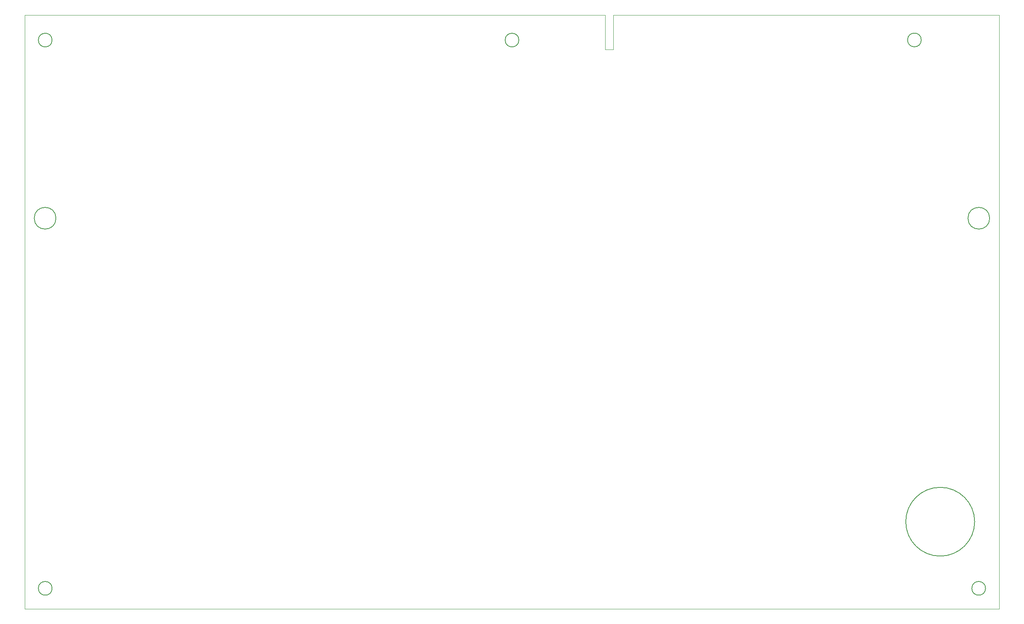
<source format=gbr>
G04 #@! TF.GenerationSoftware,KiCad,Pcbnew,5.0.0-rc2-be01b52~65~ubuntu18.04.1*
G04 #@! TF.CreationDate,2018-06-08T14:45:29+04:00*
G04 #@! TF.ProjectId,max48_ISSUE4,6D617834385F4953535545342E6B6963,rev?*
G04 #@! TF.SameCoordinates,Original*
G04 #@! TF.FileFunction,Profile,NP*
%FSLAX46Y46*%
G04 Gerber Fmt 4.6, Leading zero omitted, Abs format (unit mm)*
G04 Created by KiCad (PCBNEW 5.0.0-rc2-be01b52~65~ubuntu18.04.1) date Fri Jun  8 14:45:29 2018*
%MOMM*%
%LPD*%
G01*
G04 APERTURE LIST*
%ADD10C,0.150000*%
%ADD11C,0.101600*%
G04 APERTURE END LIST*
D10*
X237016190Y-134239000D02*
G75*
G03X237016190Y-134239000I-7527190J0D01*
G01*
X225350200Y-28803600D02*
G75*
G03X225350200Y-28803600I-1500000J0D01*
G01*
X240296800Y-67818000D02*
G75*
G03X240296800Y-67818000I-2375000J0D01*
G01*
X36258600Y-67818000D02*
G75*
G03X36258600Y-67818000I-2375000J0D01*
G01*
X35409000Y-148818600D02*
G75*
G03X35409000Y-148818600I-1500000J0D01*
G01*
X239396400Y-148818600D02*
G75*
G03X239396400Y-148818600I-1500000J0D01*
G01*
X35409000Y-28827600D02*
G75*
G03X35409000Y-28827600I-1500000J0D01*
G01*
X137415400Y-28827600D02*
G75*
G03X137415400Y-28827600I-1500000J0D01*
G01*
D11*
X29405070Y-153322530D02*
X242405150Y-153322530D01*
X242405150Y-153322530D02*
X242405150Y-23322530D01*
X158056070Y-23322530D02*
X242405150Y-23322530D01*
X158056070Y-30894530D02*
X158056070Y-23322530D01*
X156278070Y-30894530D02*
X158056070Y-30894530D01*
X156278070Y-30894530D02*
X156278070Y-23322530D01*
X29405070Y-23322530D02*
X156278070Y-23322530D01*
X29405070Y-153322530D02*
X29405070Y-23322530D01*
M02*

</source>
